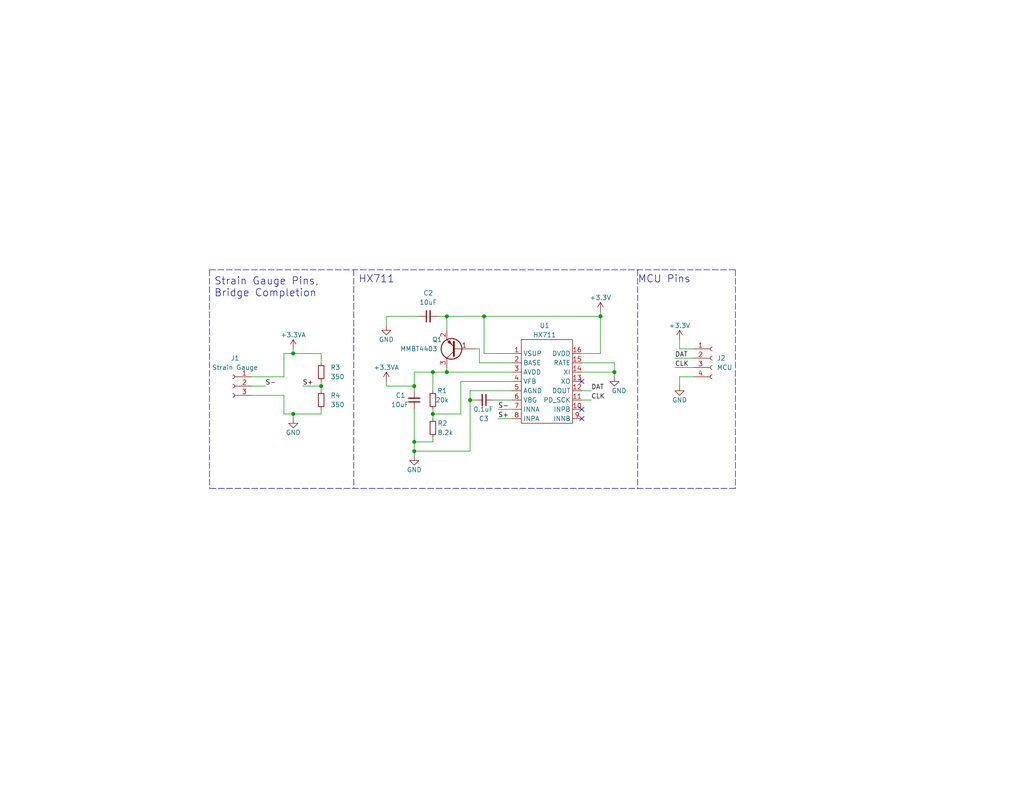
<source format=kicad_sch>
(kicad_sch (version 20211123) (generator eeschema)
  (paper "USLetter")
  (title_block (title "SDM Strain Gauge Amplifier Board") (date "2023-01-16") (rev "v1"))
  (lib_symbols
    (symbol "Connector:Conn_01x03_Female" (pin_names (offset 1.016) hide)
      (property "Reference" "J" (at 0 5.08 0))
      (property "Value" "Conn_01x03_Female" (at 0 -5.08 0))
      (symbol "Conn_01x03_Female_1_1"
        (arc (start 0 -2.032) (mid -0.508 -2.54) (end 0 -3.048) (stroke (width 0.1524)))
        (polyline (pts (xy -1.27 -2.54) (xy -0.508 -2.54)) (stroke (width 0.1524)))
        (polyline (pts (xy -1.27 0) (xy -0.508 0)) (stroke (width 0.1524)))
        (polyline (pts (xy -1.27 2.54) (xy -0.508 2.54)) (stroke (width 0.1524)))
        (arc (start 0 0.508) (mid -0.508 0) (end 0 -0.508) (stroke (width 0.1524)))
        (arc (start 0 3.048) (mid -0.508 2.54) (end 0 2.032) (stroke (width 0.1524)))
        (pin passive line (at -5.08 2.54 0) (length 3.81) (name "Pin_1") (number "1"))
        (pin passive line (at -5.08 0 0) (length 3.81) (name "Pin_2") (number "2"))
        (pin passive line (at -5.08 -2.54 0) (length 3.81) (name "Pin_3") (number "3"))
      )
    )
    (symbol "Connector:Conn_01x04_Female" (pin_names (offset 1.016) hide)
      (property "Reference" "J" (at 0 5.08 0))
      (property "Value" "Conn_01x04_Female" (at 0 -7.62 0))
      (symbol "Conn_01x04_Female_1_1"
        (arc (start 0 -4.572) (mid -0.508 -5.08) (end 0 -5.588) (stroke (width 0.1524)))
        (arc (start 0 -2.032) (mid -0.508 -2.54) (end 0 -3.048) (stroke (width 0.1524)))
        (polyline (pts (xy -1.27 -5.08) (xy -0.508 -5.08)) (stroke (width 0.1524)))
        (polyline (pts (xy -1.27 -2.54) (xy -0.508 -2.54)) (stroke (width 0.1524)))
        (polyline (pts (xy -1.27 0) (xy -0.508 0)) (stroke (width 0.1524)))
        (polyline (pts (xy -1.27 2.54) (xy -0.508 2.54)) (stroke (width 0.1524)))
        (arc (start 0 0.508) (mid -0.508 0) (end 0 -0.508) (stroke (width 0.1524)))
        (arc (start 0 3.048) (mid -0.508 2.54) (end 0 2.032) (stroke (width 0.1524)))
        (pin passive line (at -5.08 2.54 0) (length 3.81) (name "Pin_1") (number "1"))
        (pin passive line (at -5.08 0 0) (length 3.81) (name "Pin_2") (number "2"))
        (pin passive line (at -5.08 -2.54 0) (length 3.81) (name "Pin_3") (number "3"))
        (pin passive line (at -5.08 -5.08 0) (length 3.81) (name "Pin_4") (number "4"))
      )
    )
    (symbol "Device:C_Small" (pin_numbers hide) (pin_names (offset 0.254) hide)
      (property "Reference" "C" (at 0.254 1.778 0))
      (property "Value" "C_Small" (at 0.254 -2.032 0))
      (symbol "C_Small_0_1"
        (polyline (pts (xy -1.524 -0.508) (xy 1.524 -0.508)) (stroke (width 0.3302)))
        (polyline (pts (xy -1.524 0.508) (xy 1.524 0.508)) (stroke (width 0.3048)))
      )
      (symbol "C_Small_1_1"
        (pin passive line (at 0 2.54 270) (length 2.032) (name "~") (number "1"))
        (pin passive line (at 0 -2.54 90) (length 2.032) (name "~") (number "2"))
      )
    )
    (symbol "Device:Q_PNP_BEC" (pin_names (offset 0) hide)
      (property "Reference" "Q" (at 5.08 1.27 0))
      (property "Value" "Q_PNP_BEC" (at 5.08 -1.27 0))
      (symbol "Q_PNP_BEC_0_1"
        (polyline (pts (xy 0.635 0.635) (xy 2.54 2.54)))
        (polyline (pts (xy 0.635 -0.635) (xy 2.54 -2.54) (xy 2.54 -2.54)))
        (polyline (pts (xy 0.635 1.905) (xy 0.635 -1.905) (xy 0.635 -1.905)) (stroke (width 0.508)))
        (polyline (pts (xy 2.286 -1.778) (xy 1.778 -2.286) (xy 1.27 -1.27) (xy 2.286 -1.778) (xy 2.286 -1.778)) (fill (type outline)))
        (circle (center 1.27 0) (radius 2.8194) (stroke (width 0.254)))
      )
      (symbol "Q_PNP_BEC_1_1"
        (pin input line (at -5.08 0 0) (length 5.715) (name "B") (number "1"))
        (pin passive line (at 2.54 -5.08 90) (length 2.54) (name "E") (number "2"))
        (pin passive line (at 2.54 5.08 270) (length 2.54) (name "C") (number "3"))
      )
    )
    (symbol "Device:R_Small" (pin_numbers hide) (pin_names (offset 0.254) hide)
      (property "Reference" "R" (at 0.762 0.508 0))
      (property "Value" "R_Small" (at 0.762 -1.016 0))
      (symbol "R_Small_0_1"
        (rectangle (start -0.762 1.778) (end 0.762 -1.778) (stroke (width 0.2032)))
      )
      (symbol "R_Small_1_1"
        (pin passive line (at 0 2.54 270) (length 0.762) (name "~") (number "1"))
        (pin passive line (at 0 -2.54 90) (length 0.762) (name "~") (number "2"))
      )
    )
    (symbol "SDM:HX711"
      (property "Reference" "U" (at 0 0 0))
      (property "Value" "HX711" (at 0 -2.54 0))
      (symbol "HX711_0_1"
        (rectangle (start -6.35 -1.27) (end 7.62 -24.13))
      )
      (symbol "HX711_1_1"
        (pin input line (at -8.89 -5.08 0) (length 2.54) (name "VSUP") (number "1"))
        (pin input line (at 10.16 -20.32 180) (length 2.54) (name "INPB") (number "10"))
        (pin input line (at 10.16 -17.78 180) (length 2.54) (name "PD_SCK") (number "11"))
        (pin input line (at 10.16 -15.24 180) (length 2.54) (name "DOUT") (number "12"))
        (pin input line (at 10.16 -12.7 180) (length 2.54) (name "XO") (number "13"))
        (pin input line (at 10.16 -10.16 180) (length 2.54) (name "XI") (number "14"))
        (pin input line (at 10.16 -7.62 180) (length 2.54) (name "RATE") (number "15"))
        (pin input line (at 10.16 -5.08 180) (length 2.54) (name "DVDD") (number "16"))
        (pin input line (at -8.89 -7.62 0) (length 2.54) (name "BASE") (number "2"))
        (pin input line (at -8.89 -10.16 0) (length 2.54) (name "AVDD") (number "3"))
        (pin input line (at -8.89 -12.7 0) (length 2.54) (name "VFB") (number "4"))
        (pin input line (at -8.89 -15.24 0) (length 2.54) (name "AGND") (number "5"))
        (pin input line (at -8.89 -17.78 0) (length 2.54) (name "VBG") (number "6"))
        (pin input line (at -8.89 -20.32 0) (length 2.54) (name "INNA") (number "7"))
        (pin input line (at -8.89 -22.86 0) (length 2.54) (name "INPA") (number "8"))
        (pin input line (at 10.16 -22.86 180) (length 2.54) (name "INNB") (number "9"))
      )
    )
    (symbol "power:+3.3V" (power) (pin_names (offset 0))
      (property "Value" "+3.3V" (at 0 3.556 0))
      (symbol "+3.3V_0_1"
        (polyline (pts (xy -0.762 1.27) (xy 0 2.54)))
        (polyline (pts (xy 0 0) (xy 0 2.54)))
        (polyline (pts (xy 0 2.54) (xy 0.762 1.27)))
      )
      (symbol "+3.3V_1_1"
        (pin power_in line (at 0 0 90) (length 0) hide (name "+3.3V") (number "1"))
      )
    )
    (symbol "power:+3.3VA" (power) (pin_names (offset 0))
      (property "Value" "+3.3VA" (at 0 3.556 0))
      (symbol "+3.3VA_0_1"
        (polyline (pts (xy -0.762 1.27) (xy 0 2.54)))
        (polyline (pts (xy 0 0) (xy 0 2.54)))
        (polyline (pts (xy 0 2.54) (xy 0.762 1.27)))
      )
      (symbol "+3.3VA_1_1"
        (pin power_in line (at 0 0 90) (length 0) hide (name "+3.3VA") (number "1"))
      )
    )
    (symbol "power:GND" (power) (pin_names (offset 0))
      (property "Value" "GND" (at 0 -3.81 0))
      (symbol "GND_0_1"
        (polyline (pts (xy 0 0) (xy 0 -1.27) (xy 1.27 -1.27) (xy 0 -2.54) (xy -1.27 -1.27) (xy 0 -1.27)))
      )
      (symbol "GND_1_1"
        (pin power_in line (at 0 0 270) (length 0) hide (name "GND") (number "1"))
      )
    )
  )
  (junction (at 113.03 120.65))
  (junction (at 87.63 105.41))
  (junction (at 113.03 105.41))
  (junction (at 118.11 113.03))
  (junction (at 118.11 101.6))
  (junction (at 80.01 113.03))
  (junction (at 80.01 96.52))
  (junction (at 128.27 109.22))
  (junction (at 121.92 86.36))
  (junction (at 132.08 86.36))
  (junction (at 167.64 101.6))
  (junction (at 163.83 86.36))
  (junction (at 113.03 123.19))
  (junction (at 121.92 101.6))
  (no_connect (at 158.75 104.14))
  (no_connect (at 158.75 114.3))
  (no_connect (at 158.75 111.76))
  (wire (pts (xy 80.01 113.03) (xy 80.01 114.3)))
  (wire (pts (xy 113.03 120.65) (xy 113.03 123.19)))
  (wire (pts (xy 185.42 102.87) (xy 189.23 102.87)))
  (wire (pts (xy 163.83 85.09) (xy 163.83 86.36)))
  (wire (pts (xy 158.75 99.06) (xy 167.64 99.06)))
  (wire (pts (xy 184.15 100.33) (xy 189.23 100.33)))
  (wire (pts (xy 87.63 111.76) (xy 87.63 113.03)))
  (wire (pts (xy 135.89 111.76) (xy 139.7 111.76)))
  (polyline (pts (xy 57.15 73.66) (xy 200.66 73.66)))
  (wire (pts (xy 134.62 109.22) (xy 139.7 109.22)))
  (wire (pts (xy 77.47 102.87) (xy 77.47 96.52)))
  (wire (pts (xy 128.27 109.22) (xy 129.54 109.22)))
  (wire (pts (xy 158.75 101.6) (xy 167.64 101.6)))
  (wire (pts (xy 87.63 96.52) (xy 80.01 96.52)))
  (wire (pts (xy 77.47 107.95) (xy 77.47 113.03)))
  (wire (pts (xy 87.63 105.41) (xy 87.63 104.14)))
  (wire (pts (xy 68.58 102.87) (xy 77.47 102.87)))
  (wire (pts (xy 130.81 95.25) (xy 130.81 99.06)))
  (wire (pts (xy 118.11 113.03) (xy 118.11 111.76)))
  (wire (pts (xy 113.03 101.6) (xy 113.03 105.41)))
  (wire (pts (xy 167.64 102.87) (xy 167.64 101.6)))
  (wire (pts (xy 128.27 123.19) (xy 113.03 123.19)))
  (wire (pts (xy 128.27 109.22) (xy 128.27 123.19)))
  (wire (pts (xy 130.81 99.06) (xy 139.7 99.06)))
  (wire (pts (xy 189.23 95.25) (xy 185.42 95.25)))
  (polyline (pts (xy 96.52 73.66) (xy 96.52 133.35)))
  (wire (pts (xy 114.3 86.36) (xy 105.41 86.36)))
  (wire (pts (xy 87.63 105.41) (xy 87.63 106.68)))
  (wire (pts (xy 121.92 86.36) (xy 121.92 90.17)))
  (wire (pts (xy 68.58 105.41) (xy 72.39 105.41)))
  (wire (pts (xy 113.03 105.41) (xy 113.03 106.68)))
  (wire (pts (xy 118.11 101.6) (xy 121.92 101.6)))
  (wire (pts (xy 125.73 104.14) (xy 125.73 113.03)))
  (wire (pts (xy 118.11 101.6) (xy 118.11 106.68)))
  (wire (pts (xy 128.27 106.68) (xy 128.27 109.22)))
  (wire (pts (xy 118.11 120.65) (xy 113.03 120.65)))
  (wire (pts (xy 163.83 86.36) (xy 163.83 96.52)))
  (wire (pts (xy 135.89 114.3) (xy 139.7 114.3)))
  (wire (pts (xy 118.11 113.03) (xy 118.11 114.3)))
  (polyline (pts (xy 57.15 73.66) (xy 57.15 133.35)))
  (wire (pts (xy 105.41 86.36) (xy 105.41 88.9)))
  (wire (pts (xy 132.08 86.36) (xy 163.83 86.36)))
  (wire (pts (xy 158.75 96.52) (xy 163.83 96.52)))
  (wire (pts (xy 121.92 100.33) (xy 121.92 101.6)))
  (wire (pts (xy 125.73 113.03) (xy 118.11 113.03)))
  (wire (pts (xy 113.03 123.19) (xy 113.03 124.46)))
  (wire (pts (xy 132.08 96.52) (xy 132.08 86.36)))
  (wire (pts (xy 129.54 95.25) (xy 130.81 95.25)))
  (wire (pts (xy 167.64 99.06) (xy 167.64 101.6)))
  (wire (pts (xy 158.75 109.22) (xy 161.29 109.22)))
  (wire (pts (xy 121.92 101.6) (xy 139.7 101.6)))
  (polyline (pts (xy 173.99 73.66) (xy 173.99 133.35)))
  (wire (pts (xy 105.41 105.41) (xy 113.03 105.41)))
  (wire (pts (xy 139.7 96.52) (xy 132.08 96.52)))
  (wire (pts (xy 77.47 96.52) (xy 80.01 96.52)))
  (polyline (pts (xy 200.66 133.35) (xy 57.15 133.35)))
  (wire (pts (xy 158.75 106.68) (xy 161.29 106.68)))
  (wire (pts (xy 139.7 104.14) (xy 125.73 104.14)))
  (wire (pts (xy 185.42 95.25) (xy 185.42 92.71)))
  (wire (pts (xy 118.11 119.38) (xy 118.11 120.65)))
  (wire (pts (xy 77.47 113.03) (xy 80.01 113.03)))
  (wire (pts (xy 80.01 113.03) (xy 87.63 113.03)))
  (wire (pts (xy 87.63 99.06) (xy 87.63 96.52)))
  (wire (pts (xy 105.41 104.14) (xy 105.41 105.41)))
  (wire (pts (xy 185.42 105.41) (xy 185.42 102.87)))
  (wire (pts (xy 113.03 111.76) (xy 113.03 120.65)))
  (wire (pts (xy 68.58 107.95) (xy 77.47 107.95)))
  (wire (pts (xy 119.38 86.36) (xy 121.92 86.36)))
  (wire (pts (xy 80.01 95.25) (xy 80.01 96.52)))
  (wire (pts (xy 139.7 106.68) (xy 128.27 106.68)))
  (polyline (pts (xy 200.66 73.66) (xy 200.66 133.35)))
  (wire (pts (xy 121.92 86.36) (xy 132.08 86.36)))
  (wire (pts (xy 82.55 105.41) (xy 87.63 105.41)))
  (wire (pts (xy 113.03 101.6) (xy 118.11 101.6)))
  (wire (pts (xy 184.15 97.79) (xy 189.23 97.79)))
  (text "MCU Pins\n" (at 173.99 77.47 0) (effects (font (size 2 2)) (justify left bottom)))
  (text "Strain Gauge Pins,\nBridge Completion" (at 58.42 81.28 0) (effects (font (size 2 2)) (justify left bottom)))
  (text "HX711" (at 97.79 77.47 0) (effects (font (size 2 2)) (justify left bottom)))
  (label "S-" (at 135.89 111.76 0))
  (label "DAT" (at 161.29 106.68 0))
  (label "CLK" (at 161.29 109.22 0))
  (label "CLK" (at 184.15 100.33 0))
  (label "S+" (at 135.89 114.3 0))
  (label "S+" (at 82.55 105.41 0))
  (label "S-" (at 72.39 105.41 0))
  (label "DAT" (at 184.15 97.79 0))
  (symbol (lib_id "power:+3.3V") (at 185.42 92.71 0) (unit 1)
    (property "Reference" "#PWR0101" (effects hide))
    (property "Value" "+3.3V" (at 185.42 88.9 0))
  )
  (symbol (lib_id "Device:R_Small") (at 118.11 116.84 0) (unit 1)
    (property "Reference" "R2" (at 119.38 115.57 0) (effects (justify left)))
    (property "Value" "8.2k" (at 119.38 118.11 0) (effects (justify left)))
  )
  (symbol (lib_id "power:GND") (at 105.41 88.9 0) (unit 1)
    (property "Reference" "#PWR0105" (effects hide))
    (property "Value" "GND" (at 105.41 92.71 0))
  )
  (symbol (lib_id "Device:C_Small") (at 113.03 109.22 180) (unit 1)
    (property "Reference" "C1" (at 107.95 107.95 0) (effects (justify right)))
    (property "Value" "10uF" (at 106.68 110.49 0) (effects (justify right)))
  )
  (symbol (lib_id "Device:R_Small") (at 118.11 109.22 180) (unit 1)
    (property "Reference" "R1" (at 120.65 106.68 0))
    (property "Value" "20k" (at 120.65 109.22 0))
  )
  (symbol (lib_id "power:+3.3VA") (at 105.41 104.14 0) (unit 1)
    (property "Reference" "#PWR0106" (effects hide))
    (property "Value" "+3.3VA" (at 105.41 100.33 0))
  )
  (symbol (lib_id "Device:C_Small") (at 132.08 109.22 270) (unit 1)
    (property "Reference" "C3" (at 133.35 114.3 90) (effects (justify right)))
    (property "Value" "0.1uF" (at 134.62 111.76 90) (effects (justify right)))
  )
  (symbol (lib_id "SDM:HX711") (at 148.59 91.44 0) (unit 1)
    (property "Reference" "U1" (at 148.59 88.9 0))
    (property "Value" "HX711" (at 148.59 91.44 0))
    (property "Footprint" "Package_SO:SOP-16_3.9x9.9mm_P1.27mm" (effects hide))
  )
  (symbol (lib_id "power:+3.3VA") (at 80.01 95.25 0) (unit 1)
    (property "Reference" "#PWR0108" (effects hide))
    (property "Value" "+3.3VA" (at 80.01 91.44 0))
  )
  (symbol (lib_id "Device:Q_PNP_BEC") (at 124.46 95.25 180) (unit 1)
    (property "Reference" "Q1" (at 120.65 92.71 0) (effects (justify left)))
    (property "Value" "MMBT4403" (at 119.38 95.25 0) (effects (justify left)))
    (property "Footprint" "Package_TO_SOT_SMD:SOT-23" (effects hide))
  )
  (symbol (lib_id "power:+3.3V") (at 163.83 85.09 0) (unit 1)
    (property "Reference" "#PWR0103" (effects hide))
    (property "Value" "+3.3V" (at 163.83 81.28 0))
  )
  (symbol (lib_id "power:GND") (at 185.42 105.41 0) (unit 1)
    (property "Reference" "#PWR0104" (effects hide))
    (property "Value" "GND" (at 185.42 109.22 0))
  )
  (symbol (lib_id "Connector:Conn_01x04_Female") (at 194.31 97.79 0) (unit 1)
    (property "Reference" "J2" (at 195.58 97.7899 0) (effects (justify left)))
    (property "Value" "MCU" (at 195.58 100.3299 0) (effects (justify left)))
    (property "Footprint" "TerminalBlock_TE-Connectivity:TerminalBlock_TE_282834-4_1x04_P2.54mm_Horizontal" (effects hide))
  )
  (symbol (lib_id "Device:R_Small") (at 87.63 101.6 0) (unit 1)
    (property "Reference" "R3" (at 90.17 100.3299 0) (effects (justify left)))
    (property "Value" "350" (at 90.17 102.8699 0) (effects (justify left)))
    (property "Footprint" "Resistor_THT:R_Axial_DIN0414_L11.9mm_D4.5mm_P15.24mm_Horizontal" (effects hide))
  )
  (symbol (lib_id "Device:R_Small") (at 87.63 109.22 0) (unit 1)
    (property "Reference" "R4" (at 90.17 107.9499 0) (effects (justify left)))
    (property "Value" "350" (at 90.17 110.4899 0) (effects (justify left)))
    (property "Footprint" "Resistor_THT:R_Axial_DIN0414_L11.9mm_D4.5mm_P15.24mm_Horizontal" (effects hide))
  )
  (symbol (lib_id "power:GND") (at 80.01 114.3 0) (unit 1)
    (property "Reference" "#PWR0109" (effects hide))
    (property "Value" "GND" (at 80.01 118.11 0))
  )
  (symbol (lib_id "power:GND") (at 113.03 124.46 0) (unit 1)
    (property "Reference" "#PWR0107" (effects hide))
    (property "Value" "GND" (at 113.03 128.27 0))
  )
  (symbol (lib_id "Device:C_Small") (at 116.84 86.36 90) (unit 1)
    (property "Reference" "C2" (at 116.8463 80.01 90))
    (property "Value" "10uF" (at 116.8463 82.55 90))
  )
  (symbol (lib_id "Connector:Conn_01x03_Female") (at 63.5 105.41 0) (mirror y) (unit 1)
    (property "Reference" "J1" (at 64.135 97.79 0))
    (property "Value" "Strain Gauge" (at 64.135 100.33 0))
    (property "Footprint" "TerminalBlock_TE-Connectivity:TerminalBlock_TE_282834-3_1x03_P2.54mm_Horizontal" (effects hide))
  )
  (symbol (lib_id "power:GND") (at 167.64 102.87 0) (unit 1)
    (property "Reference" "#PWR0102" (effects hide))
    (property "Value" "GND" (at 168.91 106.68 0))
  )
)
</source>
